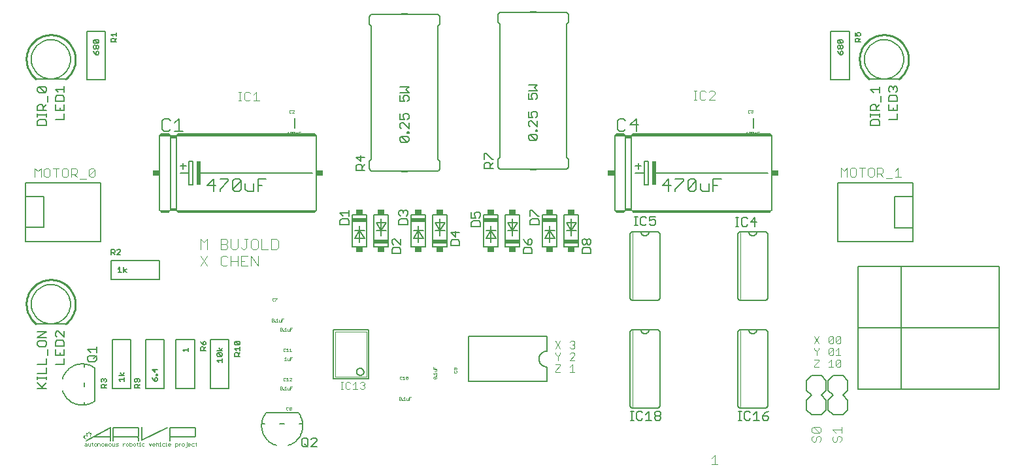
<source format=gto>
G75*
G70*
%OFA0B0*%
%FSLAX24Y24*%
%IPPOS*%
%LPD*%
%AMOC8*
5,1,8,0,0,1.08239X$1,22.5*
%
%ADD10C,0.0040*%
%ADD11C,0.0030*%
%ADD12C,0.0080*%
%ADD13C,0.0060*%
%ADD14R,0.0736X0.0200*%
%ADD15R,0.0335X0.0250*%
%ADD16C,0.0050*%
%ADD17C,0.0100*%
%ADD18R,0.0320X0.0060*%
%ADD19C,0.0010*%
%ADD20C,0.0120*%
%ADD21C,0.0070*%
%ADD22R,0.0200X0.1200*%
%ADD23R,0.0350X0.0300*%
%ADD24C,0.0020*%
D10*
X016974Y009659D02*
X017094Y009659D01*
X017034Y009659D02*
X017034Y010020D01*
X016974Y010020D02*
X017094Y010020D01*
X017219Y009959D02*
X017219Y009719D01*
X017279Y009659D01*
X017399Y009659D01*
X017459Y009719D01*
X017587Y009659D02*
X017828Y009659D01*
X017707Y009659D02*
X017707Y010020D01*
X017587Y009899D01*
X017459Y009959D02*
X017399Y010020D01*
X017279Y010020D01*
X017219Y009959D01*
X017956Y009959D02*
X018016Y010020D01*
X018136Y010020D01*
X018196Y009959D01*
X018196Y009899D01*
X018136Y009839D01*
X018196Y009779D01*
X018196Y009719D01*
X018136Y009659D01*
X018016Y009659D01*
X017956Y009719D01*
X018076Y009839D02*
X018136Y009839D01*
X012749Y015941D02*
X012749Y016461D01*
X012662Y016791D02*
X012749Y016878D01*
X012749Y017225D01*
X012662Y017311D01*
X012489Y017311D01*
X012402Y017225D01*
X012402Y016878D01*
X012489Y016791D01*
X012662Y016791D01*
X012918Y016791D02*
X012918Y017311D01*
X013433Y017311D02*
X013433Y016791D01*
X013694Y016791D01*
X013780Y016878D01*
X013780Y017225D01*
X013694Y017311D01*
X013433Y017311D01*
X013265Y016791D02*
X012918Y016791D01*
X012402Y016461D02*
X012749Y015941D01*
X012402Y015941D02*
X012402Y016461D01*
X012234Y016461D02*
X011887Y016461D01*
X011887Y015941D01*
X012234Y015941D01*
X012060Y016201D02*
X011887Y016201D01*
X011718Y016201D02*
X011371Y016201D01*
X011202Y016028D02*
X011116Y015941D01*
X010942Y015941D01*
X010855Y016028D01*
X010855Y016375D01*
X010942Y016461D01*
X011116Y016461D01*
X011202Y016375D01*
X011371Y016461D02*
X011371Y015941D01*
X011718Y015941D02*
X011718Y016461D01*
X011631Y016791D02*
X011718Y016878D01*
X011718Y017311D01*
X012060Y017311D02*
X012234Y017311D01*
X012147Y017311D02*
X012147Y016878D01*
X012060Y016791D01*
X011973Y016791D01*
X011887Y016878D01*
X011631Y016791D02*
X011458Y016791D01*
X011371Y016878D01*
X011371Y017311D01*
X011202Y017225D02*
X011202Y017138D01*
X011116Y017051D01*
X010855Y017051D01*
X010855Y016791D02*
X010855Y017311D01*
X011116Y017311D01*
X011202Y017225D01*
X011116Y017051D02*
X011202Y016965D01*
X011202Y016878D01*
X011116Y016791D01*
X010855Y016791D01*
X010171Y016791D02*
X010171Y017311D01*
X009997Y017138D01*
X009824Y017311D01*
X009824Y016791D01*
X009824Y016461D02*
X010171Y015941D01*
X009824Y015941D02*
X010171Y016461D01*
X004438Y020552D02*
X004438Y020858D01*
X004131Y020552D01*
X004208Y020475D01*
X004361Y020475D01*
X004438Y020552D01*
X004438Y020858D02*
X004361Y020935D01*
X004208Y020935D01*
X004131Y020858D01*
X004131Y020552D01*
X003978Y020398D02*
X003671Y020398D01*
X003517Y020475D02*
X003364Y020628D01*
X003440Y020628D02*
X003210Y020628D01*
X003210Y020475D02*
X003210Y020935D01*
X003440Y020935D01*
X003517Y020858D01*
X003517Y020705D01*
X003440Y020628D01*
X003057Y020552D02*
X003057Y020858D01*
X002980Y020935D01*
X002827Y020935D01*
X002750Y020858D01*
X002750Y020552D01*
X002827Y020475D01*
X002980Y020475D01*
X003057Y020552D01*
X002596Y020935D02*
X002289Y020935D01*
X002443Y020935D02*
X002443Y020475D01*
X002136Y020552D02*
X002136Y020858D01*
X002059Y020935D01*
X001906Y020935D01*
X001829Y020858D01*
X001829Y020552D01*
X001906Y020475D01*
X002059Y020475D01*
X002136Y020552D01*
X001676Y020475D02*
X001676Y020935D01*
X001522Y020782D01*
X001369Y020935D01*
X001369Y020475D01*
X011744Y024376D02*
X011898Y024376D01*
X011821Y024376D02*
X011821Y024836D01*
X011744Y024836D02*
X011898Y024836D01*
X012051Y024760D02*
X012051Y024453D01*
X012128Y024376D01*
X012281Y024376D01*
X012358Y024453D01*
X012511Y024376D02*
X012818Y024376D01*
X012665Y024376D02*
X012665Y024836D01*
X012511Y024683D01*
X012358Y024760D02*
X012281Y024836D01*
X012128Y024836D01*
X012051Y024760D01*
X034973Y024886D02*
X035126Y024886D01*
X035049Y024886D02*
X035049Y024426D01*
X034973Y024426D02*
X035126Y024426D01*
X035279Y024503D02*
X035356Y024426D01*
X035510Y024426D01*
X035586Y024503D01*
X035740Y024426D02*
X036047Y024733D01*
X036047Y024810D01*
X035970Y024886D01*
X035817Y024886D01*
X035740Y024810D01*
X035586Y024810D02*
X035510Y024886D01*
X035356Y024886D01*
X035279Y024810D01*
X035279Y024503D01*
X035740Y024426D02*
X036047Y024426D01*
X042488Y020958D02*
X042488Y020497D01*
X042795Y020497D02*
X042795Y020958D01*
X042641Y020804D01*
X042488Y020958D01*
X042948Y020881D02*
X042948Y020574D01*
X043025Y020497D01*
X043178Y020497D01*
X043255Y020574D01*
X043255Y020881D01*
X043178Y020958D01*
X043025Y020958D01*
X042948Y020881D01*
X043409Y020958D02*
X043716Y020958D01*
X043562Y020958D02*
X043562Y020497D01*
X043869Y020574D02*
X043869Y020881D01*
X043946Y020958D01*
X044099Y020958D01*
X044176Y020881D01*
X044176Y020574D01*
X044099Y020497D01*
X043946Y020497D01*
X043869Y020574D01*
X044329Y020651D02*
X044560Y020651D01*
X044636Y020727D01*
X044636Y020881D01*
X044560Y020958D01*
X044329Y020958D01*
X044329Y020497D01*
X044483Y020651D02*
X044636Y020497D01*
X044790Y020421D02*
X045097Y020421D01*
X045250Y020497D02*
X045557Y020497D01*
X045404Y020497D02*
X045404Y020958D01*
X045250Y020804D01*
X042514Y007728D02*
X042514Y007421D01*
X042514Y007575D02*
X042054Y007575D01*
X042207Y007421D01*
X042130Y007268D02*
X042054Y007191D01*
X042054Y007038D01*
X042130Y006961D01*
X042207Y006961D01*
X042284Y007038D01*
X042284Y007191D01*
X042361Y007268D01*
X042437Y007268D01*
X042514Y007191D01*
X042514Y007038D01*
X042437Y006961D01*
X041464Y007038D02*
X041387Y006961D01*
X041464Y007038D02*
X041464Y007191D01*
X041387Y007268D01*
X041311Y007268D01*
X041234Y007191D01*
X041234Y007038D01*
X041157Y006961D01*
X041080Y006961D01*
X041004Y007038D01*
X041004Y007191D01*
X041080Y007268D01*
X041080Y007421D02*
X041004Y007498D01*
X041004Y007652D01*
X041080Y007728D01*
X041387Y007421D01*
X041464Y007498D01*
X041464Y007652D01*
X041387Y007728D01*
X041080Y007728D01*
X041080Y007421D02*
X041387Y007421D01*
X036205Y005820D02*
X035898Y005820D01*
X036051Y005820D02*
X036051Y006280D01*
X035898Y006127D01*
D11*
X041119Y010786D02*
X041366Y010786D01*
X041119Y010786D02*
X041119Y010848D01*
X041366Y011095D01*
X041366Y011156D01*
X041119Y011156D01*
X041242Y011386D02*
X041242Y011571D01*
X041366Y011695D01*
X041366Y011756D01*
X041242Y011571D02*
X041119Y011695D01*
X041119Y011756D01*
X041119Y011986D02*
X041366Y012356D01*
X041119Y012356D02*
X041366Y011986D01*
X041856Y012048D02*
X042103Y012295D01*
X042103Y012048D01*
X042041Y011986D01*
X041917Y011986D01*
X041856Y012048D01*
X041856Y012295D01*
X041917Y012356D01*
X042041Y012356D01*
X042103Y012295D01*
X042224Y012295D02*
X042286Y012356D01*
X042409Y012356D01*
X042471Y012295D01*
X042224Y012048D01*
X042286Y011986D01*
X042409Y011986D01*
X042471Y012048D01*
X042471Y012295D01*
X042224Y012295D02*
X042224Y012048D01*
X042347Y011756D02*
X042347Y011386D01*
X042224Y011386D02*
X042471Y011386D01*
X042409Y011156D02*
X042471Y011095D01*
X042224Y010848D01*
X042286Y010786D01*
X042409Y010786D01*
X042471Y010848D01*
X042471Y011095D01*
X042409Y011156D02*
X042286Y011156D01*
X042224Y011095D01*
X042224Y010848D01*
X042103Y010786D02*
X041856Y010786D01*
X041979Y010786D02*
X041979Y011156D01*
X041856Y011033D01*
X041917Y011386D02*
X041856Y011448D01*
X042103Y011695D01*
X042103Y011448D01*
X042041Y011386D01*
X041917Y011386D01*
X041856Y011448D02*
X041856Y011695D01*
X041917Y011756D01*
X042041Y011756D01*
X042103Y011695D01*
X042224Y011633D02*
X042347Y011756D01*
X028903Y011798D02*
X028841Y011736D01*
X028717Y011736D01*
X028656Y011798D01*
X028779Y011921D02*
X028841Y011921D01*
X028903Y011859D01*
X028903Y011798D01*
X028841Y011921D02*
X028903Y011983D01*
X028903Y012045D01*
X028841Y012106D01*
X028717Y012106D01*
X028656Y012045D01*
X028166Y012106D02*
X027919Y011736D01*
X027919Y011506D02*
X027919Y011445D01*
X028042Y011321D01*
X028042Y011136D01*
X028042Y011321D02*
X028166Y011445D01*
X028166Y011506D01*
X028166Y011736D02*
X027919Y012106D01*
X028656Y011445D02*
X028717Y011506D01*
X028841Y011506D01*
X028903Y011445D01*
X028903Y011383D01*
X028656Y011136D01*
X028903Y011136D01*
X028779Y010906D02*
X028779Y010536D01*
X028656Y010536D02*
X028903Y010536D01*
X028656Y010783D02*
X028779Y010906D01*
X028166Y010906D02*
X028166Y010845D01*
X027919Y010598D01*
X027919Y010536D01*
X028166Y010536D01*
X028166Y010906D02*
X027919Y010906D01*
D12*
X040734Y010091D02*
X040734Y009591D01*
X040984Y009341D01*
X040734Y009091D01*
X040734Y008591D01*
X040984Y008341D01*
X041484Y008341D01*
X041734Y008591D01*
X041734Y009091D01*
X041484Y009341D01*
X041734Y009591D01*
X041734Y010091D01*
X041484Y010341D01*
X040984Y010341D01*
X040734Y010091D01*
X041834Y010091D02*
X041834Y009591D01*
X042084Y009341D01*
X041834Y009091D01*
X041834Y008591D01*
X042084Y008341D01*
X042584Y008341D01*
X042834Y008591D01*
X042834Y009091D01*
X042584Y009341D01*
X042834Y009591D01*
X042834Y010091D01*
X042584Y010341D01*
X042084Y010341D01*
X041834Y010091D01*
X042318Y017191D02*
X046167Y017191D01*
X046167Y017900D01*
X045212Y017900D01*
X045212Y019473D01*
X046167Y019473D01*
X046167Y020181D01*
X042318Y020181D01*
X042318Y017191D01*
X046167Y017900D02*
X046167Y019473D01*
X042906Y025451D02*
X041962Y025451D01*
X041962Y027931D01*
X042906Y027931D01*
X042906Y025451D01*
X043934Y025491D02*
X045434Y025491D01*
X038034Y023491D02*
X038034Y022991D01*
X014634Y022991D02*
X014634Y023491D01*
X004956Y025451D02*
X004012Y025451D01*
X004012Y027931D01*
X004956Y027931D01*
X004956Y025451D01*
X002934Y025491D02*
X001434Y025491D01*
X000873Y020191D02*
X004721Y020191D01*
X004721Y017201D01*
X000873Y017201D01*
X000873Y017910D01*
X001827Y017910D01*
X001827Y019482D01*
X000873Y019482D01*
X000873Y017910D01*
X000873Y019482D02*
X000873Y020191D01*
X005244Y016213D02*
X007724Y016213D01*
X007724Y015269D01*
X005244Y015269D01*
X005244Y016213D01*
X002934Y012991D02*
X001434Y012991D01*
X005312Y012181D02*
X005312Y009701D01*
X006256Y009701D01*
X006256Y012181D01*
X005312Y012181D01*
X007012Y012181D02*
X007956Y012181D01*
X007956Y009701D01*
X007012Y009701D01*
X007012Y012181D01*
X008562Y012181D02*
X008562Y009701D01*
X009506Y009701D01*
X009506Y012181D01*
X008562Y012181D01*
X010312Y012181D02*
X010312Y009701D01*
X011256Y009701D01*
X011256Y012181D01*
X010312Y012181D01*
D13*
X016585Y012693D02*
X016585Y010189D01*
X018383Y010189D01*
X018383Y012693D01*
X016585Y012693D01*
X017784Y010539D02*
X017786Y010565D01*
X017792Y010591D01*
X017801Y010615D01*
X017814Y010638D01*
X017830Y010659D01*
X017849Y010677D01*
X017870Y010693D01*
X017894Y010705D01*
X017918Y010713D01*
X017944Y010718D01*
X017971Y010719D01*
X017997Y010716D01*
X018022Y010709D01*
X018046Y010699D01*
X018069Y010685D01*
X018089Y010669D01*
X018106Y010649D01*
X018121Y010627D01*
X018132Y010603D01*
X018140Y010578D01*
X018144Y010552D01*
X018144Y010526D01*
X018140Y010500D01*
X018132Y010475D01*
X018121Y010451D01*
X018106Y010429D01*
X018089Y010409D01*
X018069Y010393D01*
X018046Y010379D01*
X018022Y010369D01*
X017997Y010362D01*
X017971Y010359D01*
X017944Y010360D01*
X017918Y010365D01*
X017894Y010373D01*
X017870Y010385D01*
X017849Y010401D01*
X017830Y010419D01*
X017814Y010440D01*
X017801Y010463D01*
X017792Y010487D01*
X017786Y010513D01*
X017784Y010539D01*
X023484Y010041D02*
X023484Y012341D01*
X027484Y012341D01*
X027484Y011591D01*
X027445Y011589D01*
X027406Y011583D01*
X027368Y011574D01*
X027331Y011561D01*
X027295Y011544D01*
X027262Y011524D01*
X027230Y011500D01*
X027201Y011474D01*
X027175Y011445D01*
X027151Y011413D01*
X027131Y011380D01*
X027114Y011344D01*
X027101Y011307D01*
X027092Y011269D01*
X027086Y011230D01*
X027084Y011191D01*
X027086Y011152D01*
X027092Y011113D01*
X027101Y011075D01*
X027114Y011038D01*
X027131Y011002D01*
X027151Y010969D01*
X027175Y010937D01*
X027201Y010908D01*
X027230Y010882D01*
X027262Y010858D01*
X027295Y010838D01*
X027331Y010821D01*
X027368Y010808D01*
X027406Y010799D01*
X027445Y010793D01*
X027484Y010791D01*
X027484Y010041D01*
X023484Y010041D01*
X031714Y008841D02*
X031714Y012541D01*
X031716Y012564D01*
X031721Y012587D01*
X031730Y012609D01*
X031743Y012629D01*
X031758Y012647D01*
X031776Y012662D01*
X031796Y012675D01*
X031818Y012684D01*
X031841Y012689D01*
X031864Y012691D01*
X032284Y012691D01*
X032684Y012691D01*
X033104Y012691D01*
X033127Y012689D01*
X033150Y012684D01*
X033172Y012675D01*
X033192Y012662D01*
X033210Y012647D01*
X033225Y012629D01*
X033238Y012609D01*
X033247Y012587D01*
X033252Y012564D01*
X033254Y012541D01*
X033254Y008841D01*
X033252Y008818D01*
X033247Y008795D01*
X033238Y008773D01*
X033225Y008753D01*
X033210Y008735D01*
X033192Y008720D01*
X033172Y008707D01*
X033150Y008698D01*
X033127Y008693D01*
X033104Y008691D01*
X031864Y008691D01*
X031841Y008693D01*
X031818Y008698D01*
X031796Y008707D01*
X031776Y008720D01*
X031758Y008735D01*
X031743Y008753D01*
X031730Y008773D01*
X031721Y008795D01*
X031716Y008818D01*
X031714Y008841D01*
X032284Y012691D02*
X032286Y012664D01*
X032291Y012637D01*
X032301Y012611D01*
X032313Y012587D01*
X032329Y012565D01*
X032347Y012545D01*
X032369Y012528D01*
X032392Y012513D01*
X032417Y012503D01*
X032443Y012495D01*
X032470Y012491D01*
X032498Y012491D01*
X032525Y012495D01*
X032551Y012503D01*
X032576Y012513D01*
X032599Y012528D01*
X032621Y012545D01*
X032639Y012565D01*
X032655Y012587D01*
X032667Y012611D01*
X032677Y012637D01*
X032682Y012664D01*
X032684Y012691D01*
X033104Y014191D02*
X031864Y014191D01*
X031841Y014193D01*
X031818Y014198D01*
X031796Y014207D01*
X031776Y014220D01*
X031758Y014235D01*
X031743Y014253D01*
X031730Y014273D01*
X031721Y014295D01*
X031716Y014318D01*
X031714Y014341D01*
X031714Y017541D01*
X031716Y017564D01*
X031721Y017587D01*
X031730Y017609D01*
X031743Y017629D01*
X031758Y017647D01*
X031776Y017662D01*
X031796Y017675D01*
X031818Y017684D01*
X031841Y017689D01*
X031864Y017691D01*
X032284Y017691D01*
X032684Y017691D01*
X033104Y017691D01*
X033127Y017689D01*
X033150Y017684D01*
X033172Y017675D01*
X033192Y017662D01*
X033210Y017647D01*
X033225Y017629D01*
X033238Y017609D01*
X033247Y017587D01*
X033252Y017564D01*
X033254Y017541D01*
X033254Y014341D01*
X033252Y014318D01*
X033247Y014295D01*
X033238Y014273D01*
X033225Y014253D01*
X033210Y014235D01*
X033192Y014220D01*
X033172Y014207D01*
X033150Y014198D01*
X033127Y014193D01*
X033104Y014191D01*
X037214Y014341D02*
X037214Y017541D01*
X037216Y017564D01*
X037221Y017587D01*
X037230Y017609D01*
X037243Y017629D01*
X037258Y017647D01*
X037276Y017662D01*
X037296Y017675D01*
X037318Y017684D01*
X037341Y017689D01*
X037364Y017691D01*
X037784Y017691D01*
X038184Y017691D01*
X038604Y017691D01*
X038627Y017689D01*
X038650Y017684D01*
X038672Y017675D01*
X038692Y017662D01*
X038710Y017647D01*
X038725Y017629D01*
X038738Y017609D01*
X038747Y017587D01*
X038752Y017564D01*
X038754Y017541D01*
X038754Y014341D01*
X038752Y014318D01*
X038747Y014295D01*
X038738Y014273D01*
X038725Y014253D01*
X038710Y014235D01*
X038692Y014220D01*
X038672Y014207D01*
X038650Y014198D01*
X038627Y014193D01*
X038604Y014191D01*
X037364Y014191D01*
X037341Y014193D01*
X037318Y014198D01*
X037296Y014207D01*
X037276Y014220D01*
X037258Y014235D01*
X037243Y014253D01*
X037230Y014273D01*
X037221Y014295D01*
X037216Y014318D01*
X037214Y014341D01*
X037364Y012691D02*
X037784Y012691D01*
X038184Y012691D01*
X038604Y012691D01*
X038627Y012689D01*
X038650Y012684D01*
X038672Y012675D01*
X038692Y012662D01*
X038710Y012647D01*
X038725Y012629D01*
X038738Y012609D01*
X038747Y012587D01*
X038752Y012564D01*
X038754Y012541D01*
X038754Y008841D01*
X038752Y008818D01*
X038747Y008795D01*
X038738Y008773D01*
X038725Y008753D01*
X038710Y008735D01*
X038692Y008720D01*
X038672Y008707D01*
X038650Y008698D01*
X038627Y008693D01*
X038604Y008691D01*
X037364Y008691D01*
X037341Y008693D01*
X037318Y008698D01*
X037296Y008707D01*
X037276Y008720D01*
X037258Y008735D01*
X037243Y008753D01*
X037230Y008773D01*
X037221Y008795D01*
X037216Y008818D01*
X037214Y008841D01*
X037214Y012541D01*
X037216Y012564D01*
X037221Y012587D01*
X037230Y012609D01*
X037243Y012629D01*
X037258Y012647D01*
X037276Y012662D01*
X037296Y012675D01*
X037318Y012684D01*
X037341Y012689D01*
X037364Y012691D01*
X037784Y012691D02*
X037786Y012664D01*
X037791Y012637D01*
X037801Y012611D01*
X037813Y012587D01*
X037829Y012565D01*
X037847Y012545D01*
X037869Y012528D01*
X037892Y012513D01*
X037917Y012503D01*
X037943Y012495D01*
X037970Y012491D01*
X037998Y012491D01*
X038025Y012495D01*
X038051Y012503D01*
X038076Y012513D01*
X038099Y012528D01*
X038121Y012545D01*
X038139Y012565D01*
X038155Y012587D01*
X038167Y012611D01*
X038177Y012637D01*
X038182Y012664D01*
X038184Y012691D01*
X038184Y017691D02*
X038182Y017664D01*
X038177Y017637D01*
X038167Y017611D01*
X038155Y017587D01*
X038139Y017565D01*
X038121Y017545D01*
X038099Y017528D01*
X038076Y017513D01*
X038051Y017503D01*
X038025Y017495D01*
X037998Y017491D01*
X037970Y017491D01*
X037943Y017495D01*
X037917Y017503D01*
X037892Y017513D01*
X037869Y017528D01*
X037847Y017545D01*
X037829Y017565D01*
X037813Y017587D01*
X037801Y017611D01*
X037791Y017637D01*
X037786Y017664D01*
X037784Y017691D01*
X038844Y018691D02*
X038894Y018741D01*
X038944Y018791D01*
X038944Y022591D01*
X031794Y022591D01*
X031494Y022591D01*
X030944Y022591D01*
X030944Y018791D01*
X030994Y018741D01*
X031444Y018741D01*
X031494Y018791D01*
X031794Y018791D01*
X031844Y018741D01*
X038894Y018741D01*
X038844Y018711D02*
X031894Y018711D01*
X031894Y018691D01*
X031844Y018741D01*
X031894Y018691D02*
X038844Y018691D01*
X038744Y020691D02*
X032994Y020691D01*
X032644Y020091D02*
X032644Y021291D01*
X032444Y021291D01*
X032444Y020691D01*
X031994Y020691D01*
X032144Y020891D02*
X032144Y021191D01*
X031994Y021041D02*
X032294Y021041D01*
X032444Y020691D02*
X032444Y020091D01*
X032644Y020091D01*
X031794Y018841D02*
X031794Y018811D01*
X031494Y018811D01*
X031494Y018841D01*
X031794Y018841D01*
X031794Y022491D01*
X031494Y022491D01*
X031494Y018841D01*
X031494Y018811D02*
X031494Y018791D01*
X031444Y018741D02*
X031394Y018691D01*
X031394Y018711D01*
X031044Y018711D01*
X031044Y018691D02*
X030994Y018741D01*
X031044Y018691D02*
X031394Y018691D01*
X031794Y018791D02*
X031794Y018811D01*
X032284Y017691D02*
X032286Y017664D01*
X032291Y017637D01*
X032301Y017611D01*
X032313Y017587D01*
X032329Y017565D01*
X032347Y017545D01*
X032369Y017528D01*
X032392Y017513D01*
X032417Y017503D01*
X032443Y017495D01*
X032470Y017491D01*
X032498Y017491D01*
X032525Y017495D01*
X032551Y017503D01*
X032576Y017513D01*
X032599Y017528D01*
X032621Y017545D01*
X032639Y017565D01*
X032655Y017587D01*
X032667Y017611D01*
X032677Y017637D01*
X032682Y017664D01*
X032684Y017691D01*
X029096Y016921D02*
X028372Y016921D01*
X028372Y018561D01*
X029096Y018561D01*
X029096Y016921D01*
X028734Y017491D02*
X028734Y017741D01*
X028984Y017741D01*
X028734Y017741D02*
X028484Y018141D01*
X028984Y018141D01*
X028734Y017741D01*
X028484Y017741D01*
X028734Y017741D02*
X028734Y018341D01*
X027996Y018561D02*
X027272Y018561D01*
X027272Y016921D01*
X027996Y016921D01*
X027996Y018561D01*
X027634Y017991D02*
X027634Y017741D01*
X027384Y017741D01*
X027634Y017741D02*
X027884Y017741D01*
X027634Y017741D02*
X027634Y017141D01*
X027384Y017341D02*
X027634Y017741D01*
X027884Y017341D01*
X027384Y017341D01*
X026096Y016921D02*
X025372Y016921D01*
X025372Y018561D01*
X026096Y018561D01*
X026096Y016921D01*
X025734Y017491D02*
X025734Y017741D01*
X025984Y017741D01*
X025734Y017741D02*
X025484Y018141D01*
X025984Y018141D01*
X025734Y017741D01*
X025484Y017741D01*
X025734Y017741D02*
X025734Y018341D01*
X024996Y018561D02*
X024272Y018561D01*
X024272Y016921D01*
X024996Y016921D01*
X024996Y018561D01*
X024634Y017991D02*
X024634Y017741D01*
X024384Y017741D01*
X024634Y017741D02*
X024884Y017741D01*
X024634Y017741D02*
X024634Y017141D01*
X024384Y017341D02*
X024634Y017741D01*
X024884Y017341D01*
X024384Y017341D01*
X022396Y016921D02*
X022396Y018561D01*
X021672Y018561D01*
X021672Y016921D01*
X022396Y016921D01*
X022034Y017491D02*
X022034Y017741D01*
X022284Y017741D01*
X022034Y017741D02*
X021784Y017741D01*
X022034Y017741D02*
X021784Y018141D01*
X022284Y018141D01*
X022034Y017741D01*
X022034Y018341D01*
X021296Y018561D02*
X020572Y018561D01*
X020572Y016921D01*
X021296Y016921D01*
X021296Y018561D01*
X020934Y017991D02*
X020934Y017741D01*
X020684Y017741D01*
X020934Y017741D02*
X020684Y017341D01*
X021184Y017341D01*
X020934Y017741D01*
X021184Y017741D01*
X020934Y017741D02*
X020934Y017141D01*
X019396Y016921D02*
X018672Y016921D01*
X018672Y018561D01*
X019396Y018561D01*
X019396Y016921D01*
X019034Y017491D02*
X019034Y017741D01*
X019284Y017741D01*
X019034Y017741D02*
X018784Y018141D01*
X019284Y018141D01*
X019034Y017741D01*
X018784Y017741D01*
X019034Y017741D02*
X019034Y018341D01*
X018296Y018561D02*
X017572Y018561D01*
X017572Y016921D01*
X018296Y016921D01*
X018296Y018561D01*
X017934Y017991D02*
X017934Y017741D01*
X017684Y017741D01*
X017934Y017741D02*
X017684Y017341D01*
X018184Y017341D01*
X017934Y017741D01*
X018184Y017741D01*
X017934Y017741D02*
X017934Y017141D01*
X015724Y018791D02*
X015674Y018741D01*
X008624Y018741D01*
X008574Y018791D01*
X008274Y018791D01*
X008224Y018741D01*
X007774Y018741D01*
X007824Y018691D01*
X008174Y018691D01*
X008174Y018711D01*
X007824Y018711D01*
X007774Y018741D02*
X007724Y018791D01*
X007724Y022591D01*
X008274Y022591D01*
X008574Y022591D01*
X015724Y022591D01*
X015724Y018791D01*
X015674Y018741D02*
X015624Y018691D01*
X008674Y018691D01*
X008674Y018711D01*
X015624Y018711D01*
X015524Y020691D02*
X009774Y020691D01*
X009224Y020691D02*
X009224Y020091D01*
X009424Y020091D01*
X009424Y021291D01*
X009224Y021291D01*
X009224Y020691D01*
X008774Y020691D01*
X008924Y020891D02*
X008924Y021191D01*
X008774Y021041D02*
X009074Y021041D01*
X008574Y022491D02*
X008574Y018841D01*
X008574Y018811D01*
X008274Y018811D01*
X008274Y018841D01*
X008574Y018841D01*
X008574Y018811D02*
X008574Y018791D01*
X008624Y018741D02*
X008674Y018691D01*
X008274Y018791D02*
X008274Y018811D01*
X008274Y018841D02*
X008274Y022491D01*
X008574Y022491D01*
X008574Y022591D01*
X008674Y022691D01*
X015624Y022691D01*
X015724Y022591D01*
X018434Y021291D02*
X018434Y020941D01*
X018436Y020918D01*
X018441Y020895D01*
X018450Y020873D01*
X018463Y020853D01*
X018478Y020835D01*
X018496Y020820D01*
X018516Y020807D01*
X018538Y020798D01*
X018561Y020793D01*
X018584Y020791D01*
X021884Y020791D01*
X021907Y020793D01*
X021930Y020798D01*
X021952Y020807D01*
X021972Y020820D01*
X021990Y020835D01*
X022005Y020853D01*
X022018Y020873D01*
X022027Y020895D01*
X022032Y020918D01*
X022034Y020941D01*
X022034Y021291D01*
X021934Y021391D01*
X021934Y028191D01*
X022034Y028291D01*
X022034Y028641D01*
X022032Y028664D01*
X022027Y028687D01*
X022018Y028709D01*
X022005Y028729D01*
X021990Y028747D01*
X021972Y028762D01*
X021952Y028775D01*
X021930Y028784D01*
X021907Y028789D01*
X021884Y028791D01*
X018584Y028791D01*
X018561Y028789D01*
X018538Y028784D01*
X018516Y028775D01*
X018496Y028762D01*
X018478Y028747D01*
X018463Y028729D01*
X018450Y028709D01*
X018441Y028687D01*
X018436Y028664D01*
X018434Y028641D01*
X018434Y028291D01*
X018534Y028191D01*
X018534Y021391D01*
X018434Y021291D01*
X024984Y021391D02*
X024984Y021041D01*
X024986Y021018D01*
X024991Y020995D01*
X025000Y020973D01*
X025013Y020953D01*
X025028Y020935D01*
X025046Y020920D01*
X025066Y020907D01*
X025088Y020898D01*
X025111Y020893D01*
X025134Y020891D01*
X028434Y020891D01*
X028457Y020893D01*
X028480Y020898D01*
X028502Y020907D01*
X028522Y020920D01*
X028540Y020935D01*
X028555Y020953D01*
X028568Y020973D01*
X028577Y020995D01*
X028582Y021018D01*
X028584Y021041D01*
X028584Y021391D01*
X028484Y021491D01*
X028484Y028291D01*
X028584Y028391D01*
X028584Y028741D01*
X028582Y028764D01*
X028577Y028787D01*
X028568Y028809D01*
X028555Y028829D01*
X028540Y028847D01*
X028522Y028862D01*
X028502Y028875D01*
X028480Y028884D01*
X028457Y028889D01*
X028434Y028891D01*
X025134Y028891D01*
X025111Y028889D01*
X025088Y028884D01*
X025066Y028875D01*
X025046Y028862D01*
X025028Y028847D01*
X025013Y028829D01*
X025000Y028809D01*
X024991Y028787D01*
X024986Y028764D01*
X024984Y028741D01*
X024984Y028391D01*
X025084Y028291D01*
X025084Y021491D01*
X024984Y021391D01*
X030944Y022591D02*
X031044Y022691D01*
X031394Y022691D01*
X031494Y022591D01*
X031494Y022491D01*
X031794Y022491D02*
X031794Y022591D01*
X031894Y022691D01*
X038844Y022691D01*
X038944Y022591D01*
X043684Y026491D02*
X043686Y026554D01*
X043692Y026616D01*
X043702Y026678D01*
X043715Y026740D01*
X043733Y026800D01*
X043754Y026859D01*
X043779Y026917D01*
X043808Y026973D01*
X043840Y027027D01*
X043875Y027079D01*
X043913Y027128D01*
X043955Y027176D01*
X043999Y027220D01*
X044047Y027262D01*
X044096Y027300D01*
X044148Y027335D01*
X044202Y027367D01*
X044258Y027396D01*
X044316Y027421D01*
X044375Y027442D01*
X044435Y027460D01*
X044497Y027473D01*
X044559Y027483D01*
X044621Y027489D01*
X044684Y027491D01*
X044747Y027489D01*
X044809Y027483D01*
X044871Y027473D01*
X044933Y027460D01*
X044993Y027442D01*
X045052Y027421D01*
X045110Y027396D01*
X045166Y027367D01*
X045220Y027335D01*
X045272Y027300D01*
X045321Y027262D01*
X045369Y027220D01*
X045413Y027176D01*
X045455Y027128D01*
X045493Y027079D01*
X045528Y027027D01*
X045560Y026973D01*
X045589Y026917D01*
X045614Y026859D01*
X045635Y026800D01*
X045653Y026740D01*
X045666Y026678D01*
X045676Y026616D01*
X045682Y026554D01*
X045684Y026491D01*
X045682Y026428D01*
X045676Y026366D01*
X045666Y026304D01*
X045653Y026242D01*
X045635Y026182D01*
X045614Y026123D01*
X045589Y026065D01*
X045560Y026009D01*
X045528Y025955D01*
X045493Y025903D01*
X045455Y025854D01*
X045413Y025806D01*
X045369Y025762D01*
X045321Y025720D01*
X045272Y025682D01*
X045220Y025647D01*
X045166Y025615D01*
X045110Y025586D01*
X045052Y025561D01*
X044993Y025540D01*
X044933Y025522D01*
X044871Y025509D01*
X044809Y025499D01*
X044747Y025493D01*
X044684Y025491D01*
X044621Y025493D01*
X044559Y025499D01*
X044497Y025509D01*
X044435Y025522D01*
X044375Y025540D01*
X044316Y025561D01*
X044258Y025586D01*
X044202Y025615D01*
X044148Y025647D01*
X044096Y025682D01*
X044047Y025720D01*
X043999Y025762D01*
X043955Y025806D01*
X043913Y025854D01*
X043875Y025903D01*
X043840Y025955D01*
X043808Y026009D01*
X043779Y026065D01*
X043754Y026123D01*
X043733Y026182D01*
X043715Y026242D01*
X043702Y026304D01*
X043692Y026366D01*
X043686Y026428D01*
X043684Y026491D01*
X008274Y022591D02*
X008274Y022491D01*
X008274Y022591D02*
X008174Y022691D01*
X007824Y022691D01*
X007724Y022591D01*
X008224Y018741D02*
X008174Y018691D01*
X001184Y013991D02*
X001186Y014054D01*
X001192Y014116D01*
X001202Y014178D01*
X001215Y014240D01*
X001233Y014300D01*
X001254Y014359D01*
X001279Y014417D01*
X001308Y014473D01*
X001340Y014527D01*
X001375Y014579D01*
X001413Y014628D01*
X001455Y014676D01*
X001499Y014720D01*
X001547Y014762D01*
X001596Y014800D01*
X001648Y014835D01*
X001702Y014867D01*
X001758Y014896D01*
X001816Y014921D01*
X001875Y014942D01*
X001935Y014960D01*
X001997Y014973D01*
X002059Y014983D01*
X002121Y014989D01*
X002184Y014991D01*
X002247Y014989D01*
X002309Y014983D01*
X002371Y014973D01*
X002433Y014960D01*
X002493Y014942D01*
X002552Y014921D01*
X002610Y014896D01*
X002666Y014867D01*
X002720Y014835D01*
X002772Y014800D01*
X002821Y014762D01*
X002869Y014720D01*
X002913Y014676D01*
X002955Y014628D01*
X002993Y014579D01*
X003028Y014527D01*
X003060Y014473D01*
X003089Y014417D01*
X003114Y014359D01*
X003135Y014300D01*
X003153Y014240D01*
X003166Y014178D01*
X003176Y014116D01*
X003182Y014054D01*
X003184Y013991D01*
X003182Y013928D01*
X003176Y013866D01*
X003166Y013804D01*
X003153Y013742D01*
X003135Y013682D01*
X003114Y013623D01*
X003089Y013565D01*
X003060Y013509D01*
X003028Y013455D01*
X002993Y013403D01*
X002955Y013354D01*
X002913Y013306D01*
X002869Y013262D01*
X002821Y013220D01*
X002772Y013182D01*
X002720Y013147D01*
X002666Y013115D01*
X002610Y013086D01*
X002552Y013061D01*
X002493Y013040D01*
X002433Y013022D01*
X002371Y013009D01*
X002309Y012999D01*
X002247Y012993D01*
X002184Y012991D01*
X002121Y012993D01*
X002059Y012999D01*
X001997Y013009D01*
X001935Y013022D01*
X001875Y013040D01*
X001816Y013061D01*
X001758Y013086D01*
X001702Y013115D01*
X001648Y013147D01*
X001596Y013182D01*
X001547Y013220D01*
X001499Y013262D01*
X001455Y013306D01*
X001413Y013354D01*
X001375Y013403D01*
X001340Y013455D01*
X001308Y013509D01*
X001279Y013565D01*
X001254Y013623D01*
X001233Y013682D01*
X001215Y013742D01*
X001202Y013804D01*
X001192Y013866D01*
X001186Y013928D01*
X001184Y013991D01*
X001184Y026491D02*
X001186Y026554D01*
X001192Y026616D01*
X001202Y026678D01*
X001215Y026740D01*
X001233Y026800D01*
X001254Y026859D01*
X001279Y026917D01*
X001308Y026973D01*
X001340Y027027D01*
X001375Y027079D01*
X001413Y027128D01*
X001455Y027176D01*
X001499Y027220D01*
X001547Y027262D01*
X001596Y027300D01*
X001648Y027335D01*
X001702Y027367D01*
X001758Y027396D01*
X001816Y027421D01*
X001875Y027442D01*
X001935Y027460D01*
X001997Y027473D01*
X002059Y027483D01*
X002121Y027489D01*
X002184Y027491D01*
X002247Y027489D01*
X002309Y027483D01*
X002371Y027473D01*
X002433Y027460D01*
X002493Y027442D01*
X002552Y027421D01*
X002610Y027396D01*
X002666Y027367D01*
X002720Y027335D01*
X002772Y027300D01*
X002821Y027262D01*
X002869Y027220D01*
X002913Y027176D01*
X002955Y027128D01*
X002993Y027079D01*
X003028Y027027D01*
X003060Y026973D01*
X003089Y026917D01*
X003114Y026859D01*
X003135Y026800D01*
X003153Y026740D01*
X003166Y026678D01*
X003176Y026616D01*
X003182Y026554D01*
X003184Y026491D01*
X003182Y026428D01*
X003176Y026366D01*
X003166Y026304D01*
X003153Y026242D01*
X003135Y026182D01*
X003114Y026123D01*
X003089Y026065D01*
X003060Y026009D01*
X003028Y025955D01*
X002993Y025903D01*
X002955Y025854D01*
X002913Y025806D01*
X002869Y025762D01*
X002821Y025720D01*
X002772Y025682D01*
X002720Y025647D01*
X002666Y025615D01*
X002610Y025586D01*
X002552Y025561D01*
X002493Y025540D01*
X002433Y025522D01*
X002371Y025509D01*
X002309Y025499D01*
X002247Y025493D01*
X002184Y025491D01*
X002121Y025493D01*
X002059Y025499D01*
X001997Y025509D01*
X001935Y025522D01*
X001875Y025540D01*
X001816Y025561D01*
X001758Y025586D01*
X001702Y025615D01*
X001648Y025647D01*
X001596Y025682D01*
X001547Y025720D01*
X001499Y025762D01*
X001455Y025806D01*
X001413Y025854D01*
X001375Y025903D01*
X001340Y025955D01*
X001308Y026009D01*
X001279Y026065D01*
X001254Y026123D01*
X001233Y026182D01*
X001215Y026242D01*
X001202Y026304D01*
X001192Y026366D01*
X001186Y026428D01*
X001184Y026491D01*
D14*
X017928Y018291D03*
X019040Y017191D03*
X020928Y018291D03*
X022040Y017191D03*
X024628Y018291D03*
X025740Y017191D03*
X027628Y018291D03*
X028740Y017191D03*
D15*
X028734Y016796D03*
X027634Y016796D03*
X025734Y016796D03*
X024634Y016796D03*
X024634Y018686D03*
X025734Y018686D03*
X027634Y018686D03*
X028734Y018686D03*
X022034Y018686D03*
X020934Y018686D03*
X019034Y018686D03*
X017934Y018686D03*
X017934Y016796D03*
X019034Y016796D03*
X020934Y016796D03*
X022034Y016796D03*
D16*
X022582Y016971D02*
X022582Y017196D01*
X022657Y017271D01*
X022957Y017271D01*
X023032Y017196D01*
X023032Y016971D01*
X022582Y016971D01*
X022807Y017431D02*
X022807Y017731D01*
X022582Y017656D02*
X022807Y017431D01*
X023032Y017656D02*
X022582Y017656D01*
X023635Y017941D02*
X023635Y018166D01*
X023710Y018241D01*
X024011Y018241D01*
X024086Y018166D01*
X024086Y017941D01*
X023635Y017941D01*
X023635Y018401D02*
X023861Y018401D01*
X023786Y018551D01*
X023786Y018626D01*
X023861Y018701D01*
X024011Y018701D01*
X024086Y018626D01*
X024086Y018476D01*
X024011Y018401D01*
X023635Y018401D02*
X023635Y018701D01*
X026282Y017333D02*
X026357Y017183D01*
X026507Y017033D01*
X026507Y017258D01*
X026582Y017333D01*
X026657Y017333D01*
X026732Y017258D01*
X026732Y017108D01*
X026657Y017033D01*
X026507Y017033D01*
X026357Y016873D02*
X026282Y016798D01*
X026282Y016572D01*
X026732Y016572D01*
X026732Y016798D01*
X026657Y016873D01*
X026357Y016873D01*
X026635Y018039D02*
X026635Y018264D01*
X026710Y018339D01*
X027011Y018339D01*
X027086Y018264D01*
X027086Y018039D01*
X026635Y018039D01*
X026635Y018499D02*
X026635Y018800D01*
X026710Y018800D01*
X027011Y018499D01*
X027086Y018499D01*
X029282Y017258D02*
X029357Y017333D01*
X029432Y017333D01*
X029507Y017258D01*
X029507Y017108D01*
X029432Y017033D01*
X029357Y017033D01*
X029282Y017108D01*
X029282Y017258D01*
X029507Y017258D02*
X029582Y017333D01*
X029657Y017333D01*
X029732Y017258D01*
X029732Y017108D01*
X029657Y017033D01*
X029582Y017033D01*
X029507Y017108D01*
X029357Y016873D02*
X029282Y016798D01*
X029282Y016572D01*
X029732Y016572D01*
X029732Y016798D01*
X029657Y016873D01*
X029357Y016873D01*
X031959Y018016D02*
X032109Y018016D01*
X032034Y018016D02*
X032034Y018466D01*
X031959Y018466D02*
X032109Y018466D01*
X032266Y018391D02*
X032266Y018091D01*
X032341Y018016D01*
X032491Y018016D01*
X032566Y018091D01*
X032726Y018091D02*
X032801Y018016D01*
X032952Y018016D01*
X033027Y018091D01*
X033027Y018241D01*
X032952Y018316D01*
X032876Y018316D01*
X032726Y018241D01*
X032726Y018466D01*
X033027Y018466D01*
X032566Y018391D02*
X032491Y018466D01*
X032341Y018466D01*
X032266Y018391D01*
X037109Y018416D02*
X037259Y018416D01*
X037184Y018416D02*
X037184Y017966D01*
X037109Y017966D02*
X037259Y017966D01*
X037416Y018041D02*
X037491Y017966D01*
X037641Y017966D01*
X037716Y018041D01*
X037876Y018191D02*
X038177Y018191D01*
X038102Y017966D02*
X038102Y018416D01*
X037876Y018191D01*
X037716Y018341D02*
X037641Y018416D01*
X037491Y018416D01*
X037416Y018341D01*
X037416Y018041D01*
X043369Y015911D02*
X043369Y012783D01*
X045569Y012783D01*
X045569Y009656D01*
X043369Y009656D02*
X043369Y012783D01*
X045569Y012783D02*
X045569Y015911D01*
X050569Y015911D01*
X050569Y012783D01*
X045569Y012783D01*
X045569Y015911D02*
X043369Y015911D01*
X050569Y012783D02*
X050569Y009656D01*
X043369Y009656D01*
X038787Y008516D02*
X038637Y008441D01*
X038487Y008291D01*
X038712Y008291D01*
X038787Y008216D01*
X038787Y008141D01*
X038712Y008066D01*
X038562Y008066D01*
X038487Y008141D01*
X038487Y008291D01*
X038327Y008066D02*
X038026Y008066D01*
X038176Y008066D02*
X038176Y008516D01*
X038026Y008366D01*
X037866Y008441D02*
X037791Y008516D01*
X037641Y008516D01*
X037566Y008441D01*
X037566Y008141D01*
X037641Y008066D01*
X037791Y008066D01*
X037866Y008141D01*
X037409Y008066D02*
X037259Y008066D01*
X037334Y008066D02*
X037334Y008516D01*
X037259Y008516D02*
X037409Y008516D01*
X033287Y008441D02*
X033287Y008366D01*
X033212Y008291D01*
X033062Y008291D01*
X032987Y008366D01*
X032987Y008441D01*
X033062Y008516D01*
X033212Y008516D01*
X033287Y008441D01*
X033212Y008291D02*
X033287Y008216D01*
X033287Y008141D01*
X033212Y008066D01*
X033062Y008066D01*
X032987Y008141D01*
X032987Y008216D01*
X033062Y008291D01*
X032827Y008066D02*
X032526Y008066D01*
X032676Y008066D02*
X032676Y008516D01*
X032526Y008366D01*
X032366Y008441D02*
X032291Y008516D01*
X032141Y008516D01*
X032066Y008441D01*
X032066Y008141D01*
X032141Y008066D01*
X032291Y008066D01*
X032366Y008141D01*
X031909Y008066D02*
X031759Y008066D01*
X031834Y008066D02*
X031834Y008516D01*
X031759Y008516D02*
X031909Y008516D01*
X020032Y016572D02*
X020032Y016798D01*
X019957Y016873D01*
X019657Y016873D01*
X019582Y016798D01*
X019582Y016572D01*
X020032Y016572D01*
X020032Y017033D02*
X019732Y017333D01*
X019657Y017333D01*
X019582Y017258D01*
X019582Y017108D01*
X019657Y017033D01*
X020032Y017033D02*
X020032Y017333D01*
X019935Y018039D02*
X019935Y018264D01*
X020010Y018339D01*
X020311Y018339D01*
X020386Y018264D01*
X020386Y018039D01*
X019935Y018039D01*
X020010Y018499D02*
X019935Y018574D01*
X019935Y018725D01*
X020010Y018800D01*
X020086Y018800D01*
X020161Y018725D01*
X020236Y018800D01*
X020311Y018800D01*
X020386Y018725D01*
X020386Y018574D01*
X020311Y018499D01*
X020161Y018649D02*
X020161Y018725D01*
X017386Y018800D02*
X017386Y018499D01*
X017386Y018649D02*
X016935Y018649D01*
X017086Y018499D01*
X017010Y018339D02*
X016935Y018264D01*
X016935Y018039D01*
X017386Y018039D01*
X017386Y018264D01*
X017311Y018339D01*
X017010Y018339D01*
X017749Y020816D02*
X017749Y021041D01*
X017824Y021116D01*
X017974Y021116D01*
X018049Y021041D01*
X018049Y020816D01*
X018199Y020816D02*
X017749Y020816D01*
X018049Y020966D02*
X018199Y021116D01*
X017974Y021276D02*
X017974Y021577D01*
X018199Y021502D02*
X017749Y021502D01*
X017974Y021276D01*
X019989Y022341D02*
X019989Y022491D01*
X020064Y022566D01*
X020364Y022266D01*
X020439Y022341D01*
X020439Y022491D01*
X020364Y022566D01*
X020064Y022566D01*
X019989Y022341D02*
X020064Y022266D01*
X020364Y022266D01*
X020364Y022726D02*
X020364Y022801D01*
X020439Y022801D01*
X020439Y022726D01*
X020364Y022726D01*
X020439Y022957D02*
X020139Y023257D01*
X020064Y023257D01*
X019989Y023182D01*
X019989Y023032D01*
X020064Y022957D01*
X020439Y022957D02*
X020439Y023257D01*
X020364Y023417D02*
X020439Y023492D01*
X020439Y023642D01*
X020364Y023717D01*
X020214Y023717D01*
X020139Y023642D01*
X020139Y023567D01*
X020214Y023417D01*
X019989Y023417D01*
X019989Y023717D01*
X019989Y024338D02*
X020214Y024338D01*
X020139Y024488D01*
X020139Y024563D01*
X020214Y024638D01*
X020364Y024638D01*
X020439Y024563D01*
X020439Y024413D01*
X020364Y024338D01*
X019989Y024338D02*
X019989Y024638D01*
X019989Y024798D02*
X020439Y024798D01*
X020289Y024948D01*
X020439Y025098D01*
X019989Y025098D01*
X024299Y021677D02*
X024374Y021677D01*
X024674Y021376D01*
X024749Y021376D01*
X024749Y021216D02*
X024599Y021066D01*
X024599Y021141D02*
X024599Y020916D01*
X024749Y020916D02*
X024299Y020916D01*
X024299Y021141D01*
X024374Y021216D01*
X024524Y021216D01*
X024599Y021141D01*
X024299Y021376D02*
X024299Y021677D01*
X026539Y022441D02*
X026614Y022366D01*
X026914Y022366D01*
X026614Y022666D01*
X026914Y022666D01*
X026989Y022591D01*
X026989Y022441D01*
X026914Y022366D01*
X026539Y022441D02*
X026539Y022591D01*
X026614Y022666D01*
X026914Y022826D02*
X026914Y022901D01*
X026989Y022901D01*
X026989Y022826D01*
X026914Y022826D01*
X026989Y023057D02*
X026689Y023357D01*
X026614Y023357D01*
X026539Y023282D01*
X026539Y023132D01*
X026614Y023057D01*
X026989Y023057D02*
X026989Y023357D01*
X026914Y023517D02*
X026989Y023592D01*
X026989Y023742D01*
X026914Y023817D01*
X026764Y023817D01*
X026689Y023742D01*
X026689Y023667D01*
X026764Y023517D01*
X026539Y023517D01*
X026539Y023817D01*
X026539Y024438D02*
X026764Y024438D01*
X026689Y024588D01*
X026689Y024663D01*
X026764Y024738D01*
X026914Y024738D01*
X026989Y024663D01*
X026989Y024513D01*
X026914Y024438D01*
X026539Y024438D02*
X026539Y024738D01*
X026539Y024898D02*
X026989Y024898D01*
X026839Y025048D01*
X026989Y025198D01*
X026539Y025198D01*
X042309Y026912D02*
X042354Y026822D01*
X042444Y026732D01*
X042444Y026867D01*
X042489Y026912D01*
X042534Y026912D01*
X042579Y026867D01*
X042579Y026777D01*
X042534Y026732D01*
X042444Y026732D01*
X042489Y027027D02*
X042444Y027072D01*
X042444Y027162D01*
X042489Y027207D01*
X042534Y027207D01*
X042579Y027162D01*
X042579Y027072D01*
X042534Y027027D01*
X042489Y027027D01*
X042444Y027072D02*
X042399Y027027D01*
X042354Y027027D01*
X042309Y027072D01*
X042309Y027162D01*
X042354Y027207D01*
X042399Y027207D01*
X042444Y027162D01*
X042534Y027321D02*
X042354Y027502D01*
X042534Y027502D01*
X042579Y027456D01*
X042579Y027366D01*
X042534Y027321D01*
X042354Y027321D01*
X042309Y027366D01*
X042309Y027456D01*
X042354Y027502D01*
X043209Y027512D02*
X043209Y027377D01*
X043479Y027377D01*
X043389Y027377D02*
X043389Y027512D01*
X043344Y027557D01*
X043254Y027557D01*
X043209Y027512D01*
X043209Y027671D02*
X043344Y027671D01*
X043299Y027761D01*
X043299Y027806D01*
X043344Y027852D01*
X043434Y027852D01*
X043479Y027806D01*
X043479Y027716D01*
X043434Y027671D01*
X043479Y027557D02*
X043389Y027467D01*
X043209Y027671D02*
X043209Y027852D01*
X044994Y025106D02*
X045069Y025106D01*
X045144Y025031D01*
X045219Y025106D01*
X045294Y025106D01*
X045369Y025031D01*
X045369Y024881D01*
X045294Y024806D01*
X045294Y024645D02*
X044994Y024645D01*
X044919Y024570D01*
X044919Y024345D01*
X045369Y024345D01*
X045369Y024570D01*
X045294Y024645D01*
X044994Y024806D02*
X044919Y024881D01*
X044919Y025031D01*
X044994Y025106D01*
X045144Y025031D02*
X045144Y024956D01*
X044449Y024946D02*
X043999Y024946D01*
X044149Y024796D01*
X044449Y024796D02*
X044449Y025096D01*
X044524Y024635D02*
X044524Y024335D01*
X044449Y024175D02*
X044299Y024025D01*
X044299Y024100D02*
X044299Y023875D01*
X044449Y023875D02*
X043999Y023875D01*
X043999Y024100D01*
X044074Y024175D01*
X044224Y024175D01*
X044299Y024100D01*
X044449Y023718D02*
X044449Y023568D01*
X044449Y023643D02*
X043999Y023643D01*
X043999Y023568D02*
X043999Y023718D01*
X044074Y023408D02*
X043999Y023333D01*
X043999Y023108D01*
X044449Y023108D01*
X044449Y023333D01*
X044374Y023408D01*
X044074Y023408D01*
X044919Y023424D02*
X045369Y023424D01*
X045369Y023725D01*
X045369Y023885D02*
X045369Y024185D01*
X045144Y024035D02*
X045144Y023885D01*
X044919Y023885D02*
X045369Y023885D01*
X044919Y023885D02*
X044919Y024185D01*
X015749Y007091D02*
X015674Y007166D01*
X015524Y007166D01*
X015449Y007091D01*
X015288Y007091D02*
X015288Y006791D01*
X015213Y006716D01*
X015063Y006716D01*
X014988Y006791D01*
X014988Y007091D01*
X015063Y007166D01*
X015213Y007166D01*
X015288Y007091D01*
X015138Y006866D02*
X015288Y006716D01*
X015449Y006716D02*
X015749Y007016D01*
X015749Y007091D01*
X015749Y006716D02*
X015449Y006716D01*
X015029Y007891D02*
X014871Y007891D01*
X014809Y008441D02*
X013159Y008441D01*
X013097Y007891D02*
X012939Y007891D01*
X013871Y007891D02*
X014097Y007891D01*
X014809Y008441D02*
X014844Y008393D01*
X014877Y008343D01*
X014908Y008291D01*
X014935Y008237D01*
X014959Y008182D01*
X014979Y008125D01*
X014997Y008068D01*
X015011Y008010D01*
X015022Y007951D01*
X015029Y007891D01*
X013674Y006788D02*
X013614Y006808D01*
X013555Y006832D01*
X013498Y006860D01*
X013443Y006891D01*
X013389Y006926D01*
X013338Y006963D01*
X013289Y007004D01*
X013243Y007048D01*
X013199Y007094D01*
X013158Y007143D01*
X013120Y007194D01*
X013086Y007247D01*
X013054Y007303D01*
X013027Y007360D01*
X013002Y007419D01*
X012982Y007479D01*
X012964Y007540D01*
X012951Y007602D01*
X012942Y007665D01*
X012936Y007728D01*
X012934Y007792D01*
X012936Y007856D01*
X012942Y007919D01*
X012951Y007982D01*
X012965Y008044D01*
X012982Y008105D01*
X013003Y008165D01*
X013027Y008224D01*
X013055Y008281D01*
X013087Y008337D01*
X013122Y008390D01*
X013159Y008441D01*
X015029Y007891D02*
X015033Y007829D01*
X015034Y007766D01*
X015030Y007704D01*
X015023Y007642D01*
X015013Y007581D01*
X014998Y007520D01*
X014980Y007460D01*
X014959Y007401D01*
X014934Y007344D01*
X014906Y007289D01*
X014875Y007235D01*
X014840Y007183D01*
X014802Y007133D01*
X014762Y007086D01*
X014718Y007041D01*
X014673Y006998D01*
X014624Y006959D01*
X014574Y006922D01*
X014521Y006889D01*
X014467Y006858D01*
X014410Y006831D01*
X014353Y006808D01*
X014294Y006788D01*
X009566Y007286D02*
X009566Y007296D01*
X009566Y007636D01*
X009563Y007650D01*
X009557Y007663D01*
X009548Y007674D01*
X009537Y007684D01*
X009525Y007691D01*
X009511Y007695D01*
X009497Y007696D01*
X009496Y007696D02*
X008256Y007696D01*
X008256Y007226D01*
X009496Y007226D01*
X009506Y007227D02*
X009520Y007230D01*
X009533Y007236D01*
X009544Y007245D01*
X009554Y007256D01*
X009561Y007268D01*
X009565Y007282D01*
X009566Y007296D01*
X008256Y007226D02*
X008256Y007036D01*
X008106Y007696D02*
X006826Y007056D01*
X006826Y007706D01*
X006666Y007636D02*
X006666Y007296D01*
X006666Y007286D01*
X006666Y007296D02*
X006665Y007282D01*
X006661Y007268D01*
X006654Y007256D01*
X006644Y007245D01*
X006633Y007236D01*
X006620Y007230D01*
X006606Y007227D01*
X006596Y007226D02*
X006586Y007226D01*
X005356Y007226D01*
X005356Y007036D01*
X005226Y007036D02*
X005226Y007706D01*
X005206Y007696D02*
X003976Y007036D01*
X004336Y007226D02*
X005206Y007226D01*
X005356Y007226D02*
X005356Y007696D01*
X006596Y007696D01*
X006597Y007696D02*
X006611Y007695D01*
X006625Y007691D01*
X006637Y007684D01*
X006648Y007674D01*
X006657Y007663D01*
X006663Y007650D01*
X006666Y007636D01*
X006656Y007176D02*
X006656Y007036D01*
X006656Y007166D02*
X006653Y007180D01*
X006647Y007193D01*
X006638Y007204D01*
X006627Y007214D01*
X006615Y007221D01*
X006601Y007225D01*
X006587Y007226D01*
X004434Y009066D02*
X004434Y010716D01*
X004434Y011066D02*
X004509Y011141D01*
X004509Y011291D01*
X004434Y011366D01*
X004134Y011366D01*
X004059Y011291D01*
X004059Y011141D01*
X004134Y011066D01*
X004434Y011066D01*
X004359Y011216D02*
X004509Y011366D01*
X004509Y011526D02*
X004509Y011827D01*
X004509Y011677D02*
X004059Y011677D01*
X004209Y011526D01*
X003884Y010936D02*
X003884Y010778D01*
X003884Y010004D02*
X003884Y009778D01*
X004434Y009066D02*
X004386Y009031D01*
X004336Y008998D01*
X004284Y008967D01*
X004230Y008940D01*
X004175Y008916D01*
X004118Y008896D01*
X004061Y008878D01*
X004003Y008864D01*
X003944Y008853D01*
X003884Y008846D01*
X003884Y009004D01*
X002781Y010201D02*
X002801Y010261D01*
X002825Y010320D01*
X002853Y010377D01*
X002884Y010432D01*
X002919Y010486D01*
X002956Y010537D01*
X002997Y010586D01*
X003041Y010632D01*
X003087Y010676D01*
X003136Y010717D01*
X003187Y010755D01*
X003240Y010789D01*
X003296Y010821D01*
X003353Y010848D01*
X003412Y010873D01*
X003472Y010893D01*
X003533Y010911D01*
X003595Y010924D01*
X003658Y010933D01*
X003721Y010939D01*
X003785Y010941D01*
X003849Y010939D01*
X003912Y010933D01*
X003975Y010924D01*
X004037Y010910D01*
X004098Y010893D01*
X004158Y010872D01*
X004217Y010848D01*
X004274Y010820D01*
X004330Y010788D01*
X004383Y010753D01*
X004434Y010716D01*
X004784Y010191D02*
X004829Y010191D01*
X004874Y010146D01*
X004919Y010191D01*
X004964Y010191D01*
X005009Y010146D01*
X005009Y010056D01*
X004964Y010011D01*
X005009Y009896D02*
X004919Y009806D01*
X004919Y009851D02*
X004919Y009716D01*
X005009Y009716D02*
X004739Y009716D01*
X004739Y009851D01*
X004784Y009896D01*
X004874Y009896D01*
X004919Y009851D01*
X004784Y010011D02*
X004739Y010056D01*
X004739Y010146D01*
X004784Y010191D01*
X004874Y010146D02*
X004874Y010101D01*
X005639Y010156D02*
X005909Y010156D01*
X005909Y010066D02*
X005909Y010246D01*
X005909Y010361D02*
X005639Y010361D01*
X005729Y010496D02*
X005819Y010361D01*
X005909Y010496D01*
X005639Y010156D02*
X005729Y010066D01*
X006439Y010056D02*
X006484Y010011D01*
X006529Y010011D01*
X006574Y010056D01*
X006574Y010191D01*
X006664Y010191D02*
X006484Y010191D01*
X006439Y010146D01*
X006439Y010056D01*
X006484Y009896D02*
X006574Y009896D01*
X006619Y009851D01*
X006619Y009716D01*
X006709Y009716D02*
X006439Y009716D01*
X006439Y009851D01*
X006484Y009896D01*
X006619Y009806D02*
X006709Y009896D01*
X006664Y010011D02*
X006709Y010056D01*
X006709Y010146D01*
X006664Y010191D01*
X007339Y010246D02*
X007384Y010156D01*
X007474Y010066D01*
X007474Y010201D01*
X007519Y010246D01*
X007564Y010246D01*
X007609Y010201D01*
X007609Y010111D01*
X007564Y010066D01*
X007474Y010066D01*
X007564Y010361D02*
X007564Y010406D01*
X007609Y010406D01*
X007609Y010361D01*
X007564Y010361D01*
X007474Y010508D02*
X007474Y010688D01*
X007609Y010643D02*
X007339Y010643D01*
X007474Y010508D01*
X008909Y011661D02*
X009179Y011661D01*
X009179Y011571D02*
X009179Y011752D01*
X008999Y011571D02*
X008909Y011661D01*
X009809Y011627D02*
X009809Y011762D01*
X009854Y011807D01*
X009944Y011807D01*
X009989Y011762D01*
X009989Y011627D01*
X009989Y011717D02*
X010079Y011807D01*
X010034Y011921D02*
X010079Y011966D01*
X010079Y012056D01*
X010034Y012102D01*
X009989Y012102D01*
X009944Y012056D01*
X009944Y011921D01*
X010034Y011921D01*
X009944Y011921D02*
X009854Y012011D01*
X009809Y012102D01*
X009809Y011627D02*
X010079Y011627D01*
X010659Y011620D02*
X010929Y011620D01*
X010839Y011620D02*
X010749Y011756D01*
X010839Y011620D02*
X010929Y011756D01*
X010884Y011506D02*
X010929Y011461D01*
X010929Y011371D01*
X010884Y011326D01*
X010704Y011506D01*
X010884Y011506D01*
X010884Y011326D02*
X010704Y011326D01*
X010659Y011371D01*
X010659Y011461D01*
X010704Y011506D01*
X010929Y011211D02*
X010929Y011031D01*
X010929Y011121D02*
X010659Y011121D01*
X010749Y011031D01*
X011559Y011332D02*
X011559Y011467D01*
X011604Y011512D01*
X011694Y011512D01*
X011739Y011467D01*
X011739Y011332D01*
X011829Y011332D02*
X011559Y011332D01*
X011739Y011422D02*
X011829Y011512D01*
X011829Y011627D02*
X011829Y011807D01*
X011829Y011717D02*
X011559Y011717D01*
X011649Y011627D01*
X011604Y011921D02*
X011559Y011966D01*
X011559Y012056D01*
X011604Y012102D01*
X011784Y011921D01*
X011829Y011966D01*
X011829Y012056D01*
X011784Y012102D01*
X011604Y012102D01*
X011604Y011921D02*
X011784Y011921D01*
X006039Y015616D02*
X005904Y015706D01*
X006039Y015796D01*
X005904Y015886D02*
X005904Y015616D01*
X005789Y015616D02*
X005609Y015616D01*
X005699Y015616D02*
X005699Y015886D01*
X005609Y015796D01*
X005554Y016516D02*
X005734Y016696D01*
X005734Y016741D01*
X005689Y016786D01*
X005599Y016786D01*
X005554Y016741D01*
X005439Y016741D02*
X005439Y016651D01*
X005394Y016606D01*
X005259Y016606D01*
X005259Y016516D02*
X005259Y016786D01*
X005394Y016786D01*
X005439Y016741D01*
X005349Y016606D02*
X005439Y016516D01*
X005554Y016516D02*
X005734Y016516D01*
X002869Y012606D02*
X002869Y012306D01*
X002569Y012606D01*
X002494Y012606D01*
X002419Y012531D01*
X002419Y012381D01*
X002494Y012306D01*
X002494Y012145D02*
X002419Y012070D01*
X002419Y011845D01*
X002869Y011845D01*
X002869Y012070D01*
X002794Y012145D01*
X002494Y012145D01*
X002419Y011685D02*
X002419Y011385D01*
X002869Y011385D01*
X002869Y011685D01*
X002644Y011535D02*
X002644Y011385D01*
X002869Y011225D02*
X002869Y010924D01*
X002419Y010924D01*
X001949Y010914D02*
X001949Y011215D01*
X002024Y011375D02*
X002024Y011675D01*
X001874Y011835D02*
X001949Y011910D01*
X001949Y012060D01*
X001874Y012135D01*
X001574Y012135D01*
X001499Y012060D01*
X001499Y011910D01*
X001574Y011835D01*
X001874Y011835D01*
X001949Y012296D02*
X001499Y012296D01*
X001949Y012596D01*
X001499Y012596D01*
X001499Y010914D02*
X001949Y010914D01*
X001949Y010754D02*
X001949Y010454D01*
X001499Y010454D01*
X001499Y010297D02*
X001499Y010147D01*
X001499Y010222D02*
X001949Y010222D01*
X001949Y010147D02*
X001949Y010297D01*
X001949Y009987D02*
X001724Y009762D01*
X001799Y009687D02*
X001499Y009987D01*
X001499Y009687D02*
X001949Y009687D01*
X002781Y009581D02*
X002801Y009522D01*
X002824Y009465D01*
X002851Y009408D01*
X002882Y009354D01*
X002915Y009301D01*
X002952Y009251D01*
X002991Y009202D01*
X003034Y009157D01*
X003079Y009113D01*
X003126Y009073D01*
X003176Y009035D01*
X003228Y009000D01*
X003282Y008969D01*
X003337Y008941D01*
X003394Y008916D01*
X003453Y008895D01*
X003513Y008877D01*
X003574Y008862D01*
X003635Y008852D01*
X003697Y008845D01*
X003759Y008841D01*
X003822Y008842D01*
X003884Y008846D01*
X001949Y023108D02*
X001499Y023108D01*
X001499Y023333D01*
X001574Y023408D01*
X001874Y023408D01*
X001949Y023333D01*
X001949Y023108D01*
X002419Y023424D02*
X002869Y023424D01*
X002869Y023725D01*
X002869Y023885D02*
X002869Y024185D01*
X002869Y024345D02*
X002419Y024345D01*
X002419Y024570D01*
X002494Y024645D01*
X002794Y024645D01*
X002869Y024570D01*
X002869Y024345D01*
X002644Y024035D02*
X002644Y023885D01*
X002419Y023885D02*
X002869Y023885D01*
X002419Y023885D02*
X002419Y024185D01*
X002024Y024335D02*
X002024Y024635D01*
X001874Y024796D02*
X001574Y025096D01*
X001874Y025096D01*
X001949Y025021D01*
X001949Y024871D01*
X001874Y024796D01*
X001574Y024796D01*
X001499Y024871D01*
X001499Y025021D01*
X001574Y025096D01*
X002419Y024956D02*
X002869Y024956D01*
X002869Y024806D02*
X002869Y025106D01*
X002569Y024806D02*
X002419Y024956D01*
X001949Y024175D02*
X001799Y024025D01*
X001799Y024100D02*
X001799Y023875D01*
X001949Y023875D02*
X001499Y023875D01*
X001499Y024100D01*
X001574Y024175D01*
X001724Y024175D01*
X001799Y024100D01*
X001949Y023718D02*
X001949Y023568D01*
X001949Y023643D02*
X001499Y023643D01*
X001499Y023568D02*
X001499Y023718D01*
X004494Y026732D02*
X004494Y026867D01*
X004539Y026912D01*
X004584Y026912D01*
X004629Y026867D01*
X004629Y026777D01*
X004584Y026732D01*
X004494Y026732D01*
X004404Y026822D01*
X004359Y026912D01*
X004404Y027027D02*
X004449Y027027D01*
X004494Y027072D01*
X004494Y027162D01*
X004539Y027207D01*
X004584Y027207D01*
X004629Y027162D01*
X004629Y027072D01*
X004584Y027027D01*
X004539Y027027D01*
X004494Y027072D01*
X004494Y027162D02*
X004449Y027207D01*
X004404Y027207D01*
X004359Y027162D01*
X004359Y027072D01*
X004404Y027027D01*
X004404Y027321D02*
X004359Y027366D01*
X004359Y027456D01*
X004404Y027502D01*
X004584Y027321D01*
X004629Y027366D01*
X004629Y027456D01*
X004584Y027502D01*
X004404Y027502D01*
X004404Y027321D02*
X004584Y027321D01*
X005259Y027377D02*
X005259Y027512D01*
X005304Y027557D01*
X005394Y027557D01*
X005439Y027512D01*
X005439Y027377D01*
X005439Y027467D02*
X005529Y027557D01*
X005529Y027671D02*
X005529Y027852D01*
X005529Y027761D02*
X005259Y027761D01*
X005349Y027671D01*
X005259Y027377D02*
X005529Y027377D01*
D17*
X002934Y025491D02*
X002988Y025534D01*
X003040Y025580D01*
X003089Y025629D01*
X003136Y025681D01*
X003179Y025735D01*
X003220Y025791D01*
X003257Y025850D01*
X003291Y025910D01*
X003321Y025973D01*
X003348Y026036D01*
X003372Y026102D01*
X003392Y026168D01*
X003408Y026236D01*
X003420Y026304D01*
X003428Y026373D01*
X003433Y026442D01*
X003434Y026512D01*
X003431Y026581D01*
X003424Y026650D01*
X003413Y026718D01*
X003399Y026786D01*
X003380Y026853D01*
X003358Y026919D01*
X003333Y026984D01*
X003304Y027047D01*
X003271Y027108D01*
X003235Y027167D01*
X003196Y027224D01*
X003154Y027280D01*
X003109Y027332D01*
X003061Y027382D01*
X003010Y027429D01*
X002956Y027474D01*
X002901Y027515D01*
X002843Y027553D01*
X002783Y027588D01*
X002721Y027620D01*
X002658Y027648D01*
X002593Y027672D01*
X002527Y027693D01*
X002459Y027710D01*
X002391Y027724D01*
X002322Y027733D01*
X002253Y027739D01*
X002184Y027741D01*
X002115Y027739D01*
X002046Y027733D01*
X001977Y027724D01*
X001909Y027710D01*
X001841Y027693D01*
X001775Y027672D01*
X001710Y027648D01*
X001647Y027620D01*
X001585Y027588D01*
X001525Y027553D01*
X001467Y027515D01*
X001412Y027474D01*
X001358Y027429D01*
X001307Y027382D01*
X001259Y027332D01*
X001214Y027280D01*
X001172Y027224D01*
X001133Y027167D01*
X001097Y027108D01*
X001064Y027047D01*
X001035Y026984D01*
X001010Y026919D01*
X000988Y026853D01*
X000969Y026786D01*
X000955Y026718D01*
X000944Y026650D01*
X000937Y026581D01*
X000934Y026512D01*
X000935Y026442D01*
X000940Y026373D01*
X000948Y026304D01*
X000960Y026236D01*
X000976Y026168D01*
X000996Y026102D01*
X001020Y026036D01*
X001047Y025973D01*
X001077Y025910D01*
X001111Y025850D01*
X001148Y025791D01*
X001189Y025735D01*
X001232Y025681D01*
X001279Y025629D01*
X001328Y025580D01*
X001380Y025534D01*
X001434Y025491D01*
X001434Y012991D02*
X001380Y013034D01*
X001328Y013080D01*
X001279Y013129D01*
X001232Y013181D01*
X001189Y013235D01*
X001148Y013291D01*
X001111Y013350D01*
X001077Y013410D01*
X001047Y013473D01*
X001020Y013536D01*
X000996Y013602D01*
X000976Y013668D01*
X000960Y013736D01*
X000948Y013804D01*
X000940Y013873D01*
X000935Y013942D01*
X000934Y014012D01*
X000937Y014081D01*
X000944Y014150D01*
X000955Y014218D01*
X000969Y014286D01*
X000988Y014353D01*
X001010Y014419D01*
X001035Y014484D01*
X001064Y014547D01*
X001097Y014608D01*
X001133Y014667D01*
X001172Y014724D01*
X001214Y014780D01*
X001259Y014832D01*
X001307Y014882D01*
X001358Y014929D01*
X001412Y014974D01*
X001467Y015015D01*
X001525Y015053D01*
X001585Y015088D01*
X001647Y015120D01*
X001710Y015148D01*
X001775Y015172D01*
X001841Y015193D01*
X001909Y015210D01*
X001977Y015224D01*
X002046Y015233D01*
X002115Y015239D01*
X002184Y015241D01*
X002253Y015239D01*
X002322Y015233D01*
X002391Y015224D01*
X002459Y015210D01*
X002527Y015193D01*
X002593Y015172D01*
X002658Y015148D01*
X002721Y015120D01*
X002783Y015088D01*
X002843Y015053D01*
X002901Y015015D01*
X002956Y014974D01*
X003010Y014929D01*
X003061Y014882D01*
X003109Y014832D01*
X003154Y014780D01*
X003196Y014724D01*
X003235Y014667D01*
X003271Y014608D01*
X003304Y014547D01*
X003333Y014484D01*
X003358Y014419D01*
X003380Y014353D01*
X003399Y014286D01*
X003413Y014218D01*
X003424Y014150D01*
X003431Y014081D01*
X003434Y014012D01*
X003433Y013942D01*
X003428Y013873D01*
X003420Y013804D01*
X003408Y013736D01*
X003392Y013668D01*
X003372Y013602D01*
X003348Y013536D01*
X003321Y013473D01*
X003291Y013410D01*
X003257Y013350D01*
X003220Y013291D01*
X003179Y013235D01*
X003136Y013181D01*
X003089Y013129D01*
X003040Y013080D01*
X002988Y013034D01*
X002934Y012991D01*
X043934Y025491D02*
X043880Y025534D01*
X043828Y025580D01*
X043779Y025629D01*
X043732Y025681D01*
X043689Y025735D01*
X043648Y025791D01*
X043611Y025850D01*
X043577Y025910D01*
X043547Y025973D01*
X043520Y026036D01*
X043496Y026102D01*
X043476Y026168D01*
X043460Y026236D01*
X043448Y026304D01*
X043440Y026373D01*
X043435Y026442D01*
X043434Y026512D01*
X043437Y026581D01*
X043444Y026650D01*
X043455Y026718D01*
X043469Y026786D01*
X043488Y026853D01*
X043510Y026919D01*
X043535Y026984D01*
X043564Y027047D01*
X043597Y027108D01*
X043633Y027167D01*
X043672Y027224D01*
X043714Y027280D01*
X043759Y027332D01*
X043807Y027382D01*
X043858Y027429D01*
X043912Y027474D01*
X043967Y027515D01*
X044025Y027553D01*
X044085Y027588D01*
X044147Y027620D01*
X044210Y027648D01*
X044275Y027672D01*
X044341Y027693D01*
X044409Y027710D01*
X044477Y027724D01*
X044546Y027733D01*
X044615Y027739D01*
X044684Y027741D01*
X044753Y027739D01*
X044822Y027733D01*
X044891Y027724D01*
X044959Y027710D01*
X045027Y027693D01*
X045093Y027672D01*
X045158Y027648D01*
X045221Y027620D01*
X045283Y027588D01*
X045343Y027553D01*
X045401Y027515D01*
X045456Y027474D01*
X045510Y027429D01*
X045561Y027382D01*
X045609Y027332D01*
X045654Y027280D01*
X045696Y027224D01*
X045735Y027167D01*
X045771Y027108D01*
X045804Y027047D01*
X045833Y026984D01*
X045858Y026919D01*
X045880Y026853D01*
X045899Y026786D01*
X045913Y026718D01*
X045924Y026650D01*
X045931Y026581D01*
X045934Y026512D01*
X045933Y026442D01*
X045928Y026373D01*
X045920Y026304D01*
X045908Y026236D01*
X045892Y026168D01*
X045872Y026102D01*
X045848Y026036D01*
X045821Y025973D01*
X045791Y025910D01*
X045757Y025850D01*
X045720Y025791D01*
X045679Y025735D01*
X045636Y025681D01*
X045589Y025629D01*
X045540Y025580D01*
X045488Y025534D01*
X045434Y025491D01*
D18*
X026784Y028921D03*
X020234Y028821D03*
X026784Y020861D03*
X020234Y020761D03*
D19*
X014928Y022796D02*
X014828Y022796D01*
X014828Y022646D01*
X014781Y022646D02*
X014781Y022721D01*
X014756Y022746D01*
X014681Y022746D01*
X014681Y022646D01*
X014634Y022671D02*
X014609Y022646D01*
X014559Y022646D01*
X014534Y022671D01*
X014634Y022771D01*
X014634Y022671D01*
X014634Y022771D02*
X014609Y022796D01*
X014559Y022796D01*
X014534Y022771D01*
X014534Y022671D01*
X014486Y022671D02*
X014461Y022646D01*
X014411Y022646D01*
X014386Y022671D01*
X014486Y022771D01*
X014486Y022671D01*
X014386Y022671D02*
X014386Y022771D01*
X014411Y022796D01*
X014461Y022796D01*
X014486Y022771D01*
X014339Y022646D02*
X014239Y022646D01*
X014289Y022646D02*
X014289Y022796D01*
X014239Y022746D01*
X014828Y022721D02*
X014878Y022721D01*
X014586Y023746D02*
X014486Y023746D01*
X014586Y023846D01*
X014586Y023871D01*
X014561Y023896D01*
X014511Y023896D01*
X014486Y023871D01*
X014439Y023871D02*
X014414Y023896D01*
X014364Y023896D01*
X014339Y023871D01*
X014339Y023771D01*
X014364Y023746D01*
X014414Y023746D01*
X014439Y023771D01*
X013736Y014296D02*
X013636Y014296D01*
X013589Y014271D02*
X013564Y014296D01*
X013514Y014296D01*
X013489Y014271D01*
X013489Y014171D01*
X013514Y014146D01*
X013564Y014146D01*
X013589Y014171D01*
X013636Y014171D02*
X013636Y014146D01*
X013636Y014171D02*
X013736Y014271D01*
X013736Y014296D01*
X013710Y013246D02*
X013660Y013196D01*
X013710Y013246D02*
X013710Y013096D01*
X013660Y013096D02*
X013760Y013096D01*
X013807Y013121D02*
X013832Y013096D01*
X013907Y013096D01*
X013907Y013196D01*
X013955Y013171D02*
X014005Y013171D01*
X013955Y013246D02*
X014055Y013246D01*
X013955Y013246D02*
X013955Y013096D01*
X013807Y013121D02*
X013807Y013196D01*
X013611Y013121D02*
X013611Y013096D01*
X013586Y013096D01*
X013586Y013121D01*
X013611Y013121D01*
X013539Y013121D02*
X013514Y013096D01*
X013464Y013096D01*
X013439Y013121D01*
X013539Y013221D01*
X013539Y013121D01*
X013439Y013121D02*
X013439Y013221D01*
X013464Y013246D01*
X013514Y013246D01*
X013539Y013221D01*
X013901Y012786D02*
X013951Y012786D01*
X013976Y012761D01*
X013876Y012661D01*
X013901Y012636D01*
X013951Y012636D01*
X013976Y012661D01*
X013976Y012761D01*
X013901Y012786D02*
X013876Y012761D01*
X013876Y012661D01*
X014023Y012661D02*
X014048Y012661D01*
X014048Y012636D01*
X014023Y012636D01*
X014023Y012661D01*
X014097Y012636D02*
X014197Y012636D01*
X014147Y012636D02*
X014147Y012786D01*
X014097Y012736D01*
X014244Y012736D02*
X014244Y012661D01*
X014269Y012636D01*
X014344Y012636D01*
X014344Y012736D01*
X014392Y012711D02*
X014442Y012711D01*
X014392Y012786D02*
X014492Y012786D01*
X014392Y012786D02*
X014392Y012636D01*
X014392Y011736D02*
X014392Y011586D01*
X014342Y011586D02*
X014442Y011586D01*
X014342Y011686D02*
X014392Y011736D01*
X014244Y011736D02*
X014244Y011586D01*
X014194Y011586D02*
X014294Y011586D01*
X014194Y011686D02*
X014244Y011736D01*
X014147Y011711D02*
X014122Y011736D01*
X014072Y011736D01*
X014047Y011711D01*
X014047Y011611D01*
X014072Y011586D01*
X014122Y011586D01*
X014147Y011611D01*
X014147Y011286D02*
X014147Y011136D01*
X014097Y011136D02*
X014197Y011136D01*
X014244Y011161D02*
X014269Y011136D01*
X014344Y011136D01*
X014344Y011236D01*
X014392Y011211D02*
X014442Y011211D01*
X014392Y011286D02*
X014492Y011286D01*
X014392Y011286D02*
X014392Y011136D01*
X014244Y011161D02*
X014244Y011236D01*
X014147Y011286D02*
X014097Y011236D01*
X014072Y010236D02*
X014047Y010211D01*
X014047Y010111D01*
X014072Y010086D01*
X014122Y010086D01*
X014147Y010111D01*
X014194Y010086D02*
X014294Y010086D01*
X014342Y010086D02*
X014442Y010186D01*
X014442Y010211D01*
X014417Y010236D01*
X014367Y010236D01*
X014342Y010211D01*
X014244Y010236D02*
X014244Y010086D01*
X014342Y010086D02*
X014442Y010086D01*
X014244Y010236D02*
X014194Y010186D01*
X014147Y010211D02*
X014122Y010236D01*
X014072Y010236D01*
X014147Y009786D02*
X014147Y009636D01*
X014097Y009636D02*
X014197Y009636D01*
X014244Y009661D02*
X014269Y009636D01*
X014344Y009636D01*
X014344Y009736D01*
X014392Y009711D02*
X014442Y009711D01*
X014392Y009786D02*
X014492Y009786D01*
X014392Y009786D02*
X014392Y009636D01*
X014244Y009661D02*
X014244Y009736D01*
X014147Y009786D02*
X014097Y009736D01*
X014048Y009661D02*
X014048Y009636D01*
X014023Y009636D01*
X014023Y009661D01*
X014048Y009661D01*
X013976Y009661D02*
X013951Y009636D01*
X013901Y009636D01*
X013876Y009661D01*
X013976Y009761D01*
X013976Y009661D01*
X013876Y009661D02*
X013876Y009761D01*
X013901Y009786D01*
X013951Y009786D01*
X013976Y009761D01*
X014219Y008736D02*
X014194Y008711D01*
X014194Y008611D01*
X014219Y008586D01*
X014269Y008586D01*
X014294Y008611D01*
X014342Y008611D02*
X014342Y008636D01*
X014367Y008661D01*
X014417Y008661D01*
X014442Y008636D01*
X014442Y008611D01*
X014417Y008586D01*
X014367Y008586D01*
X014342Y008611D01*
X014367Y008661D02*
X014342Y008686D01*
X014342Y008711D01*
X014367Y008736D01*
X014417Y008736D01*
X014442Y008711D01*
X014442Y008686D01*
X014417Y008661D01*
X014294Y008711D02*
X014269Y008736D01*
X014219Y008736D01*
X019939Y009121D02*
X020039Y009221D01*
X020039Y009121D01*
X020014Y009096D01*
X019964Y009096D01*
X019939Y009121D01*
X019939Y009221D01*
X019964Y009246D01*
X020014Y009246D01*
X020039Y009221D01*
X020086Y009121D02*
X020111Y009121D01*
X020111Y009096D01*
X020086Y009096D01*
X020086Y009121D01*
X020160Y009096D02*
X020260Y009096D01*
X020210Y009096D02*
X020210Y009246D01*
X020160Y009196D01*
X020307Y009196D02*
X020307Y009121D01*
X020332Y009096D01*
X020407Y009096D01*
X020407Y009196D01*
X020455Y009171D02*
X020505Y009171D01*
X020455Y009246D02*
X020555Y009246D01*
X020455Y009246D02*
X020455Y009096D01*
X020359Y010146D02*
X020309Y010146D01*
X020284Y010171D01*
X020384Y010271D01*
X020384Y010171D01*
X020359Y010146D01*
X020284Y010171D02*
X020284Y010271D01*
X020309Y010296D01*
X020359Y010296D01*
X020384Y010271D01*
X020236Y010146D02*
X020136Y010146D01*
X020186Y010146D02*
X020186Y010296D01*
X020136Y010246D01*
X020089Y010271D02*
X020064Y010296D01*
X020014Y010296D01*
X019989Y010271D01*
X019989Y010171D01*
X020014Y010146D01*
X020064Y010146D01*
X020089Y010171D01*
X021689Y010208D02*
X021689Y010258D01*
X021714Y010283D01*
X021814Y010183D01*
X021839Y010208D01*
X021839Y010258D01*
X021814Y010283D01*
X021714Y010283D01*
X021689Y010208D02*
X021714Y010183D01*
X021814Y010183D01*
X021814Y010330D02*
X021814Y010355D01*
X021839Y010355D01*
X021839Y010330D01*
X021814Y010330D01*
X021839Y010404D02*
X021839Y010504D01*
X021839Y010454D02*
X021689Y010454D01*
X021739Y010404D01*
X021739Y010551D02*
X021814Y010551D01*
X021839Y010576D01*
X021839Y010651D01*
X021739Y010651D01*
X021764Y010699D02*
X021764Y010749D01*
X021689Y010699D02*
X021689Y010799D01*
X021689Y010699D02*
X021839Y010699D01*
X022739Y010724D02*
X022739Y010674D01*
X022764Y010649D01*
X022789Y010649D01*
X022814Y010674D01*
X022814Y010749D01*
X022864Y010749D02*
X022764Y010749D01*
X022739Y010724D01*
X022764Y010601D02*
X022739Y010576D01*
X022739Y010526D01*
X022764Y010501D01*
X022864Y010501D01*
X022889Y010526D01*
X022889Y010576D01*
X022864Y010601D01*
X022864Y010649D02*
X022889Y010674D01*
X022889Y010724D01*
X022864Y010749D01*
X037639Y022646D02*
X037739Y022646D01*
X037689Y022646D02*
X037689Y022796D01*
X037639Y022746D01*
X037786Y022771D02*
X037811Y022796D01*
X037861Y022796D01*
X037886Y022771D01*
X037786Y022671D01*
X037811Y022646D01*
X037861Y022646D01*
X037886Y022671D01*
X037886Y022771D01*
X037934Y022771D02*
X037959Y022796D01*
X038009Y022796D01*
X038034Y022771D01*
X037934Y022671D01*
X037959Y022646D01*
X038009Y022646D01*
X038034Y022671D01*
X038034Y022771D01*
X038081Y022746D02*
X038156Y022746D01*
X038181Y022721D01*
X038181Y022646D01*
X038228Y022646D02*
X038228Y022796D01*
X038328Y022796D01*
X038278Y022721D02*
X038228Y022721D01*
X038081Y022746D02*
X038081Y022646D01*
X037934Y022671D02*
X037934Y022771D01*
X037786Y022771D02*
X037786Y022671D01*
X037764Y023746D02*
X037814Y023746D01*
X037839Y023771D01*
X037886Y023771D02*
X037911Y023746D01*
X037961Y023746D01*
X037986Y023771D01*
X037986Y023796D01*
X037961Y023821D01*
X037936Y023821D01*
X037961Y023821D02*
X037986Y023846D01*
X037986Y023871D01*
X037961Y023896D01*
X037911Y023896D01*
X037886Y023871D01*
X037839Y023871D02*
X037814Y023896D01*
X037764Y023896D01*
X037739Y023871D01*
X037739Y023771D01*
X037764Y023746D01*
D20*
X038844Y022641D02*
X031894Y022641D01*
X031744Y022541D02*
X031544Y022541D01*
X031394Y022641D02*
X031044Y022641D01*
X015624Y022641D02*
X008674Y022641D01*
X008524Y022541D02*
X008324Y022541D01*
X008174Y022641D02*
X007824Y022641D01*
D21*
X007964Y022826D02*
X008174Y022826D01*
X008279Y022931D01*
X008504Y022826D02*
X008924Y022826D01*
X008714Y022826D02*
X008714Y023457D01*
X008504Y023246D01*
X008279Y023351D02*
X008174Y023457D01*
X007964Y023457D01*
X007859Y023351D01*
X007859Y022931D01*
X007964Y022826D01*
X010484Y020377D02*
X010169Y020061D01*
X010589Y020061D01*
X010814Y019851D02*
X010814Y019746D01*
X010814Y019851D02*
X011234Y020271D01*
X011234Y020377D01*
X010814Y020377D01*
X010484Y020377D02*
X010484Y019746D01*
X011458Y019851D02*
X011878Y020271D01*
X011878Y019851D01*
X011773Y019746D01*
X011563Y019746D01*
X011458Y019851D01*
X011458Y020271D01*
X011563Y020377D01*
X011773Y020377D01*
X011878Y020271D01*
X012103Y020166D02*
X012103Y019851D01*
X012208Y019746D01*
X012523Y019746D01*
X012523Y020166D01*
X012747Y020061D02*
X012957Y020061D01*
X012747Y019746D02*
X012747Y020377D01*
X013168Y020377D01*
X031079Y022931D02*
X031184Y022826D01*
X031394Y022826D01*
X031499Y022931D01*
X031724Y023141D02*
X032144Y023141D01*
X032039Y022826D02*
X032039Y023457D01*
X031724Y023141D01*
X031499Y023351D02*
X031394Y023457D01*
X031184Y023457D01*
X031079Y023351D01*
X031079Y022931D01*
X033704Y020377D02*
X033389Y020061D01*
X033809Y020061D01*
X034034Y019851D02*
X034454Y020271D01*
X034454Y020377D01*
X034034Y020377D01*
X033704Y020377D02*
X033704Y019746D01*
X034034Y019746D02*
X034034Y019851D01*
X034678Y019851D02*
X034678Y020271D01*
X034783Y020377D01*
X034993Y020377D01*
X035098Y020271D01*
X034678Y019851D01*
X034783Y019746D01*
X034993Y019746D01*
X035098Y019851D01*
X035098Y020271D01*
X035323Y020166D02*
X035323Y019851D01*
X035428Y019746D01*
X035743Y019746D01*
X035743Y020166D01*
X035967Y020061D02*
X036177Y020061D01*
X035967Y019746D02*
X035967Y020377D01*
X036388Y020377D01*
D22*
X032944Y020691D03*
X009724Y020691D03*
D23*
X007549Y020691D03*
X015899Y020691D03*
X030769Y020691D03*
X039119Y020691D03*
D24*
X003926Y006756D02*
X003896Y006786D01*
X003926Y006816D01*
X004016Y006816D01*
X004016Y006846D02*
X004016Y006756D01*
X003926Y006756D01*
X003926Y006876D02*
X003986Y006876D01*
X004016Y006846D01*
X004080Y006876D02*
X004080Y006786D01*
X004110Y006756D01*
X004200Y006756D01*
X004200Y006876D01*
X004265Y006876D02*
X004325Y006876D01*
X004295Y006906D02*
X004295Y006786D01*
X004325Y006756D01*
X004387Y006786D02*
X004417Y006756D01*
X004477Y006756D01*
X004507Y006786D01*
X004507Y006846D01*
X004477Y006876D01*
X004417Y006876D01*
X004387Y006846D01*
X004387Y006786D01*
X004571Y006756D02*
X004571Y006876D01*
X004662Y006876D01*
X004692Y006846D01*
X004692Y006756D01*
X004756Y006786D02*
X004786Y006756D01*
X004846Y006756D01*
X004876Y006786D01*
X004876Y006846D01*
X004846Y006876D01*
X004786Y006876D01*
X004756Y006846D01*
X004756Y006786D01*
X004940Y006756D02*
X004940Y006876D01*
X004970Y006876D01*
X005000Y006846D01*
X005030Y006876D01*
X005060Y006846D01*
X005060Y006756D01*
X005000Y006756D02*
X005000Y006846D01*
X005124Y006846D02*
X005124Y006786D01*
X005154Y006756D01*
X005214Y006756D01*
X005244Y006786D01*
X005244Y006846D01*
X005214Y006876D01*
X005154Y006876D01*
X005124Y006846D01*
X005308Y006876D02*
X005308Y006786D01*
X005338Y006756D01*
X005428Y006756D01*
X005428Y006876D01*
X005492Y006846D02*
X005522Y006876D01*
X005612Y006876D01*
X005582Y006816D02*
X005522Y006816D01*
X005492Y006846D01*
X005492Y006756D02*
X005582Y006756D01*
X005612Y006786D01*
X005582Y006816D01*
X005861Y006816D02*
X005921Y006876D01*
X005951Y006876D01*
X006014Y006846D02*
X006014Y006786D01*
X006044Y006756D01*
X006104Y006756D01*
X006134Y006786D01*
X006134Y006846D01*
X006104Y006876D01*
X006044Y006876D01*
X006014Y006846D01*
X005861Y006876D02*
X005861Y006756D01*
X006198Y006756D02*
X006288Y006756D01*
X006318Y006786D01*
X006318Y006846D01*
X006288Y006876D01*
X006198Y006876D01*
X006198Y006936D02*
X006198Y006756D01*
X006382Y006786D02*
X006412Y006756D01*
X006472Y006756D01*
X006502Y006786D01*
X006502Y006846D01*
X006472Y006876D01*
X006412Y006876D01*
X006382Y006846D01*
X006382Y006786D01*
X006566Y006876D02*
X006627Y006876D01*
X006597Y006906D02*
X006597Y006786D01*
X006627Y006756D01*
X006689Y006756D02*
X006749Y006756D01*
X006719Y006756D02*
X006719Y006876D01*
X006689Y006876D01*
X006719Y006936D02*
X006719Y006966D01*
X006812Y006846D02*
X006812Y006786D01*
X006842Y006756D01*
X006932Y006756D01*
X006932Y006876D02*
X006842Y006876D01*
X006812Y006846D01*
X007180Y006876D02*
X007240Y006756D01*
X007300Y006876D01*
X007365Y006846D02*
X007395Y006876D01*
X007455Y006876D01*
X007485Y006846D01*
X007485Y006816D01*
X007365Y006816D01*
X007365Y006786D02*
X007365Y006846D01*
X007365Y006786D02*
X007395Y006756D01*
X007455Y006756D01*
X007549Y006756D02*
X007549Y006936D01*
X007579Y006876D02*
X007639Y006876D01*
X007669Y006846D01*
X007669Y006756D01*
X007733Y006756D02*
X007793Y006756D01*
X007763Y006756D02*
X007763Y006876D01*
X007733Y006876D01*
X007763Y006936D02*
X007763Y006966D01*
X007856Y006846D02*
X007856Y006786D01*
X007886Y006756D01*
X007976Y006756D01*
X008040Y006756D02*
X008100Y006756D01*
X008070Y006756D02*
X008070Y006936D01*
X008040Y006936D01*
X007976Y006876D02*
X007886Y006876D01*
X007856Y006846D01*
X007579Y006876D02*
X007549Y006846D01*
X008163Y006846D02*
X008193Y006876D01*
X008253Y006876D01*
X008283Y006846D01*
X008283Y006816D01*
X008163Y006816D01*
X008163Y006786D02*
X008163Y006846D01*
X008163Y006786D02*
X008193Y006756D01*
X008253Y006756D01*
X008531Y006756D02*
X008621Y006756D01*
X008651Y006786D01*
X008651Y006846D01*
X008621Y006876D01*
X008531Y006876D01*
X008531Y006696D01*
X008715Y006756D02*
X008715Y006876D01*
X008715Y006816D02*
X008775Y006876D01*
X008805Y006876D01*
X008868Y006846D02*
X008868Y006786D01*
X008898Y006756D01*
X008959Y006756D01*
X008989Y006786D01*
X008989Y006846D01*
X008959Y006876D01*
X008898Y006876D01*
X008868Y006846D01*
X009053Y006696D02*
X009083Y006696D01*
X009113Y006726D01*
X009113Y006876D01*
X009113Y006936D02*
X009113Y006966D01*
X009205Y006876D02*
X009265Y006876D01*
X009295Y006846D01*
X009295Y006816D01*
X009175Y006816D01*
X009175Y006786D02*
X009175Y006846D01*
X009205Y006876D01*
X009175Y006786D02*
X009205Y006756D01*
X009265Y006756D01*
X009360Y006786D02*
X009390Y006756D01*
X009480Y006756D01*
X009574Y006786D02*
X009604Y006756D01*
X009574Y006786D02*
X009574Y006906D01*
X009544Y006876D02*
X009604Y006876D01*
X009480Y006876D02*
X009390Y006876D01*
X009360Y006846D01*
X009360Y006786D01*
X004216Y007416D02*
X004176Y007256D01*
X004156Y007386D02*
X004106Y007496D01*
X004056Y007386D01*
X003986Y007416D01*
X004026Y007256D01*
X003946Y007326D01*
X003936Y007276D01*
X003856Y007296D01*
X003886Y007226D01*
X003836Y007206D01*
X003956Y007116D01*
X004156Y007386D02*
X004216Y007416D01*
X016675Y010279D02*
X018293Y010279D01*
X018293Y012603D01*
X016675Y012603D01*
X016675Y010279D01*
X031854Y008691D02*
X031854Y012691D01*
X031854Y014191D02*
X031854Y017691D01*
X037354Y017691D02*
X037354Y014191D01*
X037354Y012691D02*
X037354Y008691D01*
M02*

</source>
